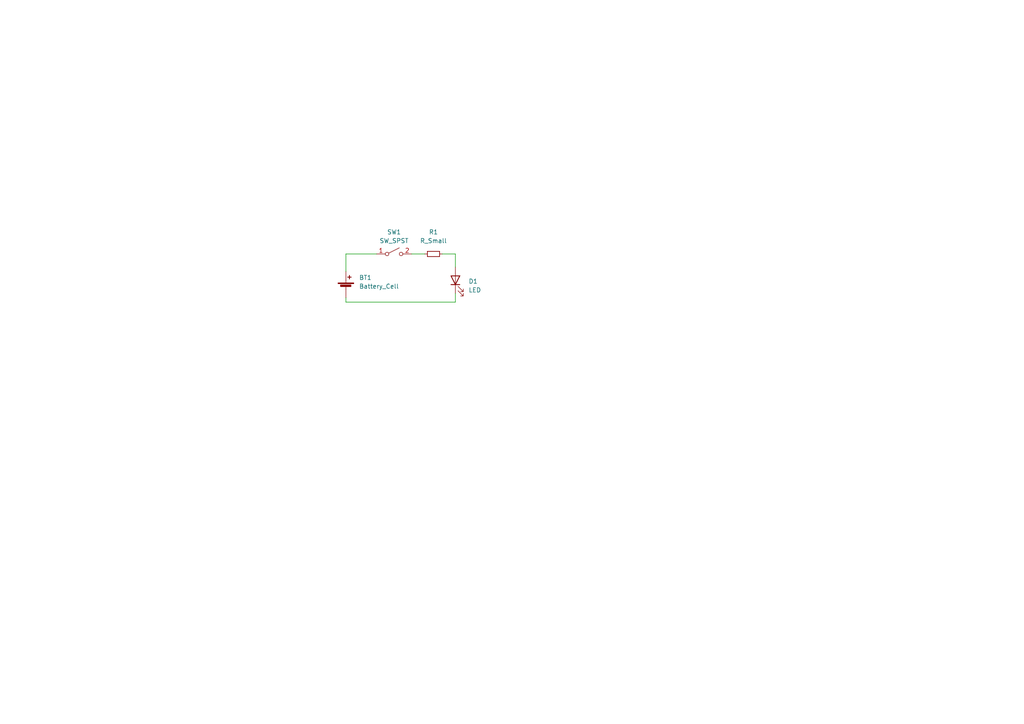
<source format=kicad_sch>
(kicad_sch (version 20211123) (generator eeschema)
  (paper "A4")
  (lib_symbols
    (symbol "Device:Battery_Cell" (pin_numbers hide) (pin_names (offset 0) hide)
      (property "Reference" "BT" (at 2.54 2.54 0))
      (property "Value" "Battery_Cell" (at 2.54 0 0))
      (symbol "Battery_Cell_0_1"
        (rectangle (start -2.286 1.778) (end 2.286 1.524) (fill (type outline)))
        (rectangle (start -1.5748 1.1938) (end 1.4732 0.6858) (fill (type outline)))
        (polyline (pts (xy 0 0.762) (xy 0 0)))
        (polyline (pts (xy 0 1.778) (xy 0 2.54)))
        (polyline (pts (xy 0.508 3.429) (xy 1.524 3.429)) (stroke (width 0.254)))
        (polyline (pts (xy 1.016 3.937) (xy 1.016 2.921)) (stroke (width 0.254)))
      )
      (symbol "Battery_Cell_1_1"
        (pin passive line (at 0 5.08 270) (length 2.54) (name "+") (number "1"))
        (pin passive line (at 0 -2.54 90) (length 2.54) (name "-") (number "2"))
      )
    )
    (symbol "Device:LED" (pin_numbers hide) (pin_names (offset 1.016) hide)
      (property "Reference" "D" (at 0 2.54 0))
      (property "Value" "LED" (at 0 -2.54 0))
      (symbol "LED_0_1"
        (polyline (pts (xy -1.27 -1.27) (xy -1.27 1.27)) (stroke (width 0.254)))
        (polyline (pts (xy -1.27 0) (xy 1.27 0)))
        (polyline (pts (xy 1.27 -1.27) (xy 1.27 1.27) (xy -1.27 0) (xy 1.27 -1.27)) (stroke (width 0.254)))
        (polyline (pts (xy -3.048 -0.762) (xy -4.572 -2.286) (xy -3.81 -2.286) (xy -4.572 -2.286) (xy -4.572 -1.524)))
        (polyline (pts (xy -1.778 -0.762) (xy -3.302 -2.286) (xy -2.54 -2.286) (xy -3.302 -2.286) (xy -3.302 -1.524)))
      )
      (symbol "LED_1_1"
        (pin passive line (at -3.81 0 0) (length 2.54) (name "K") (number "1"))
        (pin passive line (at 3.81 0 180) (length 2.54) (name "A") (number "2"))
      )
    )
    (symbol "Device:R_Small" (pin_numbers hide) (pin_names (offset 0.254) hide)
      (property "Reference" "R" (at 0.762 0.508 0))
      (property "Value" "R_Small" (at 0.762 -1.016 0))
      (symbol "R_Small_0_1"
        (rectangle (start -0.762 1.778) (end 0.762 -1.778) (stroke (width 0.2032)))
      )
      (symbol "R_Small_1_1"
        (pin passive line (at 0 2.54 270) (length 0.762) (name "~") (number "1"))
        (pin passive line (at 0 -2.54 90) (length 0.762) (name "~") (number "2"))
      )
    )
    (symbol "Switch:SW_SPST" (pin_names (offset 0) hide)
      (property "Reference" "SW" (at 0 3.175 0))
      (property "Value" "SW_SPST" (at 0 -2.54 0))
      (symbol "SW_SPST_0_0"
        (circle (center -2.032 0) (radius 0.508))
        (polyline (pts (xy -1.524 0.254) (xy 1.524 1.778)))
        (circle (center 2.032 0) (radius 0.508))
      )
      (symbol "SW_SPST_1_1"
        (pin passive line (at -5.08 0 0) (length 2.54) (name "A") (number "1"))
        (pin passive line (at 5.08 0 180) (length 2.54) (name "B") (number "2"))
      )
    )
  )
  (wire (pts (xy 132.08 85.09) (xy 132.08 87.63)))
  (wire (pts (xy 132.08 73.66) (xy 132.08 77.47)))
  (wire (pts (xy 100.33 73.66) (xy 109.22 73.66)))
  (wire (pts (xy 128.27 73.66) (xy 132.08 73.66)))
  (wire (pts (xy 132.08 87.63) (xy 100.33 87.63)))
  (wire (pts (xy 119.38 73.66) (xy 123.19 73.66)))
  (wire (pts (xy 100.33 78.74) (xy 100.33 73.66)))
  (wire (pts (xy 100.33 87.63) (xy 100.33 86.36)))
  (symbol (lib_id "Device:R_Small") (at 125.73 73.66 90) (unit 1)
    (property "Reference" "R1" (at 125.73 67.31 90))
    (property "Value" "R_Small" (at 125.73 69.85 90))
    (property "Footprint" "Resistor_SMD:R_0805_2012Metric" (effects hide))
  )
  (symbol (lib_id "Switch:SW_SPST") (at 114.3 73.66 0) (unit 1)
    (property "Reference" "SW1" (at 114.3 67.31 0))
    (property "Value" "SW_SPST" (at 114.3 69.85 0))
    (property "Footprint" "BadgePirates:SW_SPDT_PCM12" (effects hide))
  )
  (symbol (lib_id "Device:Battery_Cell") (at 100.33 83.82 0) (unit 1)
    (property "Reference" "BT1" (at 104.14 80.5179 0) (effects (justify left)))
    (property "Value" "Battery_Cell" (at 104.14 83.0579 0) (effects (justify left)))
    (property "Footprint" "ZoeBirthdayRing:CR2032-MY-2032-12" (effects hide))
  )
  (symbol (lib_id "Device:LED") (at 132.08 81.28 90) (unit 1)
    (property "Reference" "D1" (at 135.89 81.5974 90) (effects (justify right)))
    (property "Value" "LED" (at 135.89 84.1374 90) (effects (justify right)))
    (property "Footprint" "Tests:RGBFlashLED" (effects hide))
  )
)
</source>
